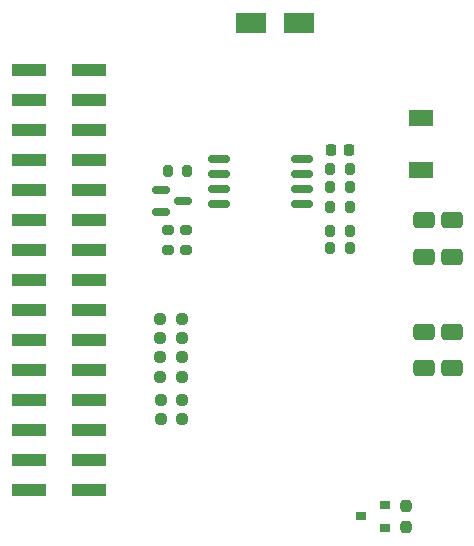
<source format=gbr>
%TF.GenerationSoftware,KiCad,Pcbnew,7.0.7-7.0.7~ubuntu23.04.1*%
%TF.CreationDate,2023-09-19T04:43:30+00:00*%
%TF.ProjectId,m5-pantilt,6d352d70-616e-4746-996c-742e6b696361,1*%
%TF.SameCoordinates,Original*%
%TF.FileFunction,Paste,Top*%
%TF.FilePolarity,Positive*%
%FSLAX46Y46*%
G04 Gerber Fmt 4.6, Leading zero omitted, Abs format (unit mm)*
G04 Created by KiCad (PCBNEW 7.0.7-7.0.7~ubuntu23.04.1) date 2023-09-19 04:43:30*
%MOMM*%
%LPD*%
G01*
G04 APERTURE LIST*
G04 Aperture macros list*
%AMRoundRect*
0 Rectangle with rounded corners*
0 $1 Rounding radius*
0 $2 $3 $4 $5 $6 $7 $8 $9 X,Y pos of 4 corners*
0 Add a 4 corners polygon primitive as box body*
4,1,4,$2,$3,$4,$5,$6,$7,$8,$9,$2,$3,0*
0 Add four circle primitives for the rounded corners*
1,1,$1+$1,$2,$3*
1,1,$1+$1,$4,$5*
1,1,$1+$1,$6,$7*
1,1,$1+$1,$8,$9*
0 Add four rect primitives between the rounded corners*
20,1,$1+$1,$2,$3,$4,$5,0*
20,1,$1+$1,$4,$5,$6,$7,0*
20,1,$1+$1,$6,$7,$8,$9,0*
20,1,$1+$1,$8,$9,$2,$3,0*%
G04 Aperture macros list end*
%ADD10RoundRect,0.237500X0.250000X0.237500X-0.250000X0.237500X-0.250000X-0.237500X0.250000X-0.237500X0*%
%ADD11RoundRect,0.250000X0.650000X-0.412500X0.650000X0.412500X-0.650000X0.412500X-0.650000X-0.412500X0*%
%ADD12RoundRect,0.250000X-0.650000X0.412500X-0.650000X-0.412500X0.650000X-0.412500X0.650000X0.412500X0*%
%ADD13R,0.900000X0.800000*%
%ADD14RoundRect,0.237500X0.237500X-0.250000X0.237500X0.250000X-0.237500X0.250000X-0.237500X-0.250000X0*%
%ADD15RoundRect,0.200000X-0.200000X-0.275000X0.200000X-0.275000X0.200000X0.275000X-0.200000X0.275000X0*%
%ADD16RoundRect,0.200000X0.200000X0.275000X-0.200000X0.275000X-0.200000X-0.275000X0.200000X-0.275000X0*%
%ADD17RoundRect,0.225000X-0.225000X-0.250000X0.225000X-0.250000X0.225000X0.250000X-0.225000X0.250000X0*%
%ADD18R,3.000000X1.000000*%
%ADD19R,2.500000X1.800000*%
%ADD20RoundRect,0.150000X-0.587500X-0.150000X0.587500X-0.150000X0.587500X0.150000X-0.587500X0.150000X0*%
%ADD21RoundRect,0.150000X-0.800000X-0.150000X0.800000X-0.150000X0.800000X0.150000X-0.800000X0.150000X0*%
%ADD22RoundRect,0.200000X0.275000X-0.200000X0.275000X0.200000X-0.275000X0.200000X-0.275000X-0.200000X0*%
%ADD23RoundRect,0.200000X-0.275000X0.200000X-0.275000X-0.200000X0.275000X-0.200000X0.275000X0.200000X0*%
%ADD24R,2.100000X1.400000*%
G04 APERTURE END LIST*
D10*
%TO.C,R3*%
X116612500Y-81500000D03*
X114787500Y-81500000D03*
%TD*%
%TO.C,R4*%
X116612500Y-83200000D03*
X114787500Y-83200000D03*
%TD*%
D11*
%TO.C,C3*%
X139500000Y-73062500D03*
X139500000Y-69937500D03*
%TD*%
D12*
%TO.C,C4*%
X137114000Y-69937500D03*
X137114000Y-73062500D03*
%TD*%
%TO.C,C1*%
X137100000Y-79337500D03*
X137100000Y-82462500D03*
%TD*%
D13*
%TO.C,Q1*%
X133800000Y-95950000D03*
X133800000Y-94050000D03*
X131800000Y-95000000D03*
%TD*%
D14*
%TO.C,R5*%
X135636200Y-95908700D03*
X135636200Y-94083700D03*
%TD*%
D10*
%TO.C,R9*%
X116612500Y-78250000D03*
X114787500Y-78250000D03*
%TD*%
%TO.C,R10*%
X116662500Y-85150000D03*
X114837500Y-85150000D03*
%TD*%
%TO.C,R11*%
X116612500Y-79850000D03*
X114787500Y-79850000D03*
%TD*%
%TO.C,R12*%
X116662500Y-86750000D03*
X114837500Y-86750000D03*
%TD*%
D15*
%TO.C,R13*%
X129175000Y-72300000D03*
X130825000Y-72300000D03*
%TD*%
D16*
%TO.C,R14*%
X130825000Y-70800000D03*
X129175000Y-70800000D03*
%TD*%
D12*
%TO.C,C2*%
X139500000Y-79337500D03*
X139500000Y-82462500D03*
%TD*%
D16*
%TO.C,R7*%
X117075000Y-65750000D03*
X115425000Y-65750000D03*
%TD*%
%TO.C,R8*%
X130815000Y-65600000D03*
X129165000Y-65600000D03*
%TD*%
D17*
%TO.C,C5*%
X129225000Y-64000000D03*
X130775000Y-64000000D03*
%TD*%
D18*
%TO.C,J2*%
X108720000Y-57220000D03*
X103680000Y-57220000D03*
X108720000Y-59760000D03*
X103680000Y-59760000D03*
X108720000Y-62300000D03*
X103680000Y-62300000D03*
X108720000Y-64840000D03*
X103680000Y-64840000D03*
X108720000Y-67380000D03*
X103680000Y-67380000D03*
X108720000Y-69920000D03*
X103680000Y-69920000D03*
X108720000Y-72460000D03*
X103680000Y-72460000D03*
X108720000Y-75000000D03*
X103680000Y-75000000D03*
X108720000Y-77540000D03*
X103680000Y-77540000D03*
X108720000Y-80080000D03*
X103680000Y-80080000D03*
X108720000Y-82620000D03*
X103680000Y-82620000D03*
X108720000Y-85160000D03*
X103680000Y-85160000D03*
X108720000Y-87700000D03*
X103680000Y-87700000D03*
X108720000Y-90240000D03*
X103680000Y-90240000D03*
X108720000Y-92780000D03*
X103680000Y-92780000D03*
%TD*%
D19*
%TO.C,D1*%
X126500000Y-53250000D03*
X122500000Y-53250000D03*
%TD*%
D20*
%TO.C,Q2*%
X114862500Y-67350000D03*
X114862500Y-69250000D03*
X116737500Y-68300000D03*
%TD*%
D16*
%TO.C,R15*%
X130825000Y-68800000D03*
X129175000Y-68800000D03*
%TD*%
D21*
%TO.C,U1*%
X119800000Y-64695000D03*
X119800000Y-65965000D03*
X119800000Y-67235000D03*
X119800000Y-68505000D03*
X126800000Y-68505000D03*
X126800000Y-67235000D03*
X126800000Y-65965000D03*
X126800000Y-64695000D03*
%TD*%
D22*
%TO.C,R2*%
X117000000Y-72425000D03*
X117000000Y-70775000D03*
%TD*%
D16*
%TO.C,R6*%
X130825000Y-67140000D03*
X129175000Y-67140000D03*
%TD*%
D23*
%TO.C,R1*%
X115450000Y-70775000D03*
X115450000Y-72425000D03*
%TD*%
D24*
%TO.C,D2*%
X136830000Y-65624000D03*
X136830000Y-61224000D03*
%TD*%
M02*

</source>
